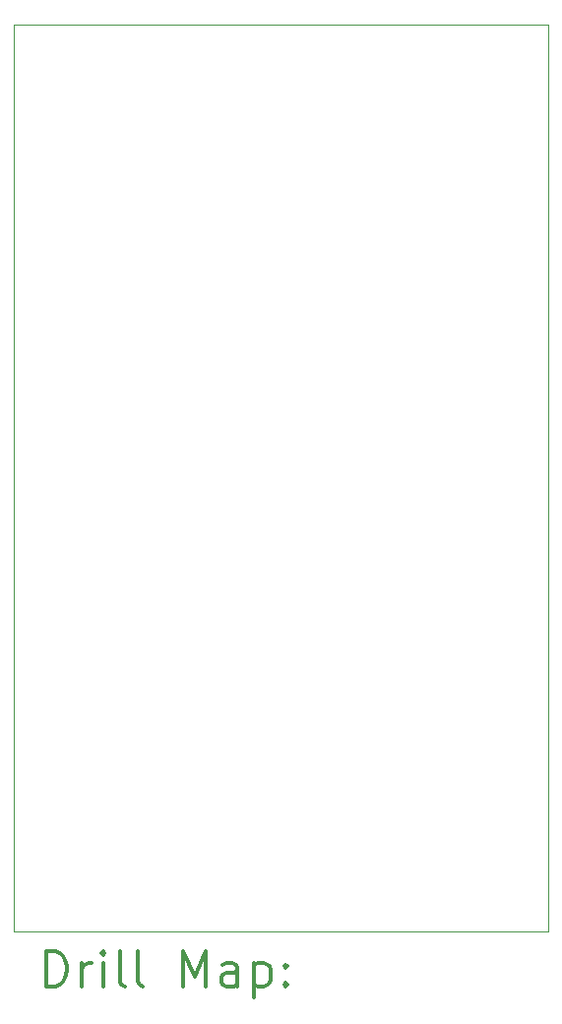
<source format=gbr>
%FSLAX45Y45*%
G04 Gerber Fmt 4.5, Leading zero omitted, Abs format (unit mm)*
G04 Created by KiCad (PCBNEW (5.1.10)-1) date 2024-05-08 08:20:09*
%MOMM*%
%LPD*%
G01*
G04 APERTURE LIST*
%TA.AperFunction,Profile*%
%ADD10C,0.050000*%
%TD*%
%ADD11C,0.200000*%
%ADD12C,0.300000*%
G04 APERTURE END LIST*
D10*
X9144000Y-7696200D02*
X9144000Y-15494000D01*
X13741400Y-7696200D02*
X9144000Y-7696200D01*
X13741400Y-15494000D02*
X13741400Y-7696200D01*
X9144000Y-15494000D02*
X13741400Y-15494000D01*
D11*
D12*
X9427928Y-15962214D02*
X9427928Y-15662214D01*
X9499357Y-15662214D01*
X9542214Y-15676500D01*
X9570786Y-15705071D01*
X9585071Y-15733643D01*
X9599357Y-15790786D01*
X9599357Y-15833643D01*
X9585071Y-15890786D01*
X9570786Y-15919357D01*
X9542214Y-15947929D01*
X9499357Y-15962214D01*
X9427928Y-15962214D01*
X9727928Y-15962214D02*
X9727928Y-15762214D01*
X9727928Y-15819357D02*
X9742214Y-15790786D01*
X9756500Y-15776500D01*
X9785071Y-15762214D01*
X9813643Y-15762214D01*
X9913643Y-15962214D02*
X9913643Y-15762214D01*
X9913643Y-15662214D02*
X9899357Y-15676500D01*
X9913643Y-15690786D01*
X9927928Y-15676500D01*
X9913643Y-15662214D01*
X9913643Y-15690786D01*
X10099357Y-15962214D02*
X10070786Y-15947929D01*
X10056500Y-15919357D01*
X10056500Y-15662214D01*
X10256500Y-15962214D02*
X10227928Y-15947929D01*
X10213643Y-15919357D01*
X10213643Y-15662214D01*
X10599357Y-15962214D02*
X10599357Y-15662214D01*
X10699357Y-15876500D01*
X10799357Y-15662214D01*
X10799357Y-15962214D01*
X11070786Y-15962214D02*
X11070786Y-15805071D01*
X11056500Y-15776500D01*
X11027928Y-15762214D01*
X10970786Y-15762214D01*
X10942214Y-15776500D01*
X11070786Y-15947929D02*
X11042214Y-15962214D01*
X10970786Y-15962214D01*
X10942214Y-15947929D01*
X10927928Y-15919357D01*
X10927928Y-15890786D01*
X10942214Y-15862214D01*
X10970786Y-15847929D01*
X11042214Y-15847929D01*
X11070786Y-15833643D01*
X11213643Y-15762214D02*
X11213643Y-16062214D01*
X11213643Y-15776500D02*
X11242214Y-15762214D01*
X11299357Y-15762214D01*
X11327928Y-15776500D01*
X11342214Y-15790786D01*
X11356500Y-15819357D01*
X11356500Y-15905071D01*
X11342214Y-15933643D01*
X11327928Y-15947929D01*
X11299357Y-15962214D01*
X11242214Y-15962214D01*
X11213643Y-15947929D01*
X11485071Y-15933643D02*
X11499357Y-15947929D01*
X11485071Y-15962214D01*
X11470786Y-15947929D01*
X11485071Y-15933643D01*
X11485071Y-15962214D01*
X11485071Y-15776500D02*
X11499357Y-15790786D01*
X11485071Y-15805071D01*
X11470786Y-15790786D01*
X11485071Y-15776500D01*
X11485071Y-15805071D01*
M02*

</source>
